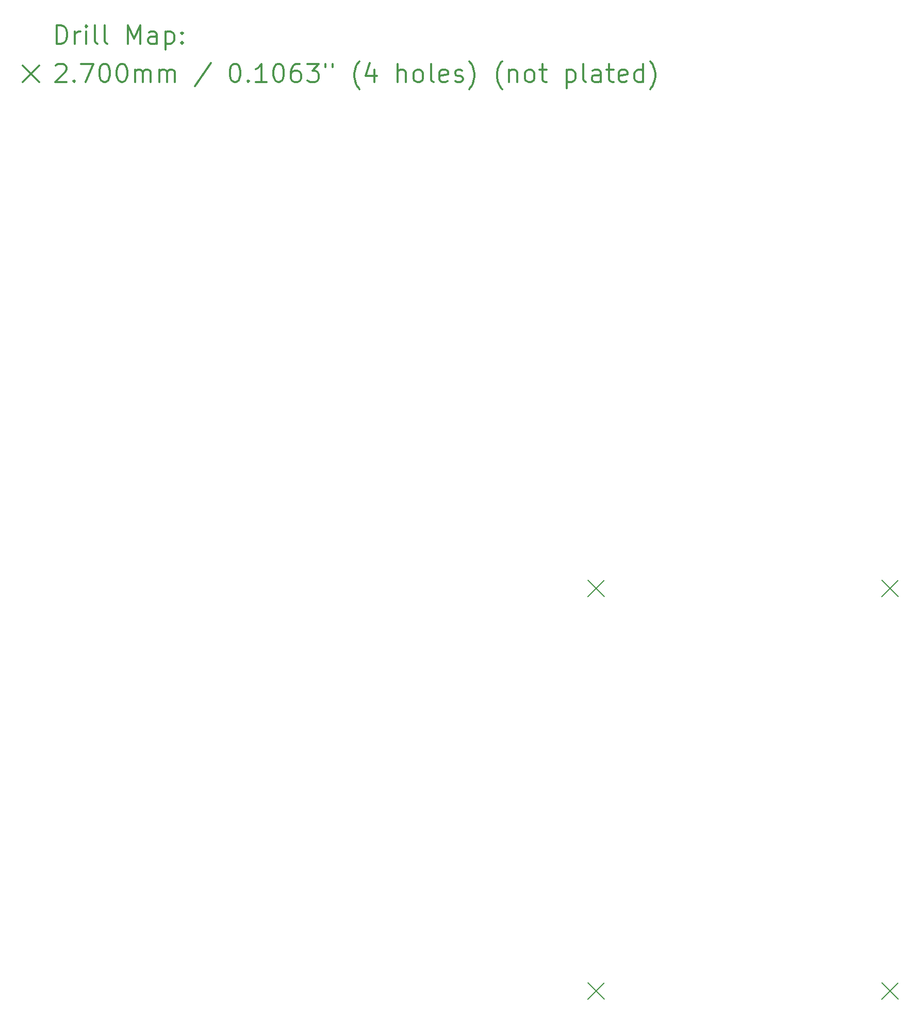
<source format=gbr>
%FSLAX45Y45*%
G04 Gerber Fmt 4.5, Leading zero omitted, Abs format (unit mm)*
G04 Created by KiCad (PCBNEW (5.1.10)-1) date 2021-10-30 22:32:41*
%MOMM*%
%LPD*%
G01*
G04 APERTURE LIST*
%ADD10C,0.200000*%
%ADD11C,0.300000*%
G04 APERTURE END LIST*
D10*
X9009000Y-9263000D02*
X9279000Y-9533000D01*
X9279000Y-9263000D02*
X9009000Y-9533000D01*
X9009000Y-15867000D02*
X9279000Y-16137000D01*
X9279000Y-15867000D02*
X9009000Y-16137000D01*
X13835000Y-9263000D02*
X14105000Y-9533000D01*
X14105000Y-9263000D02*
X13835000Y-9533000D01*
X13835000Y-15867000D02*
X14105000Y-16137000D01*
X14105000Y-15867000D02*
X13835000Y-16137000D01*
D11*
X286429Y-465714D02*
X286429Y-165714D01*
X357857Y-165714D01*
X400714Y-180000D01*
X429286Y-208571D01*
X443571Y-237143D01*
X457857Y-294286D01*
X457857Y-337143D01*
X443571Y-394286D01*
X429286Y-422857D01*
X400714Y-451428D01*
X357857Y-465714D01*
X286429Y-465714D01*
X586429Y-465714D02*
X586429Y-265714D01*
X586429Y-322857D02*
X600714Y-294286D01*
X615000Y-280000D01*
X643571Y-265714D01*
X672143Y-265714D01*
X772143Y-465714D02*
X772143Y-265714D01*
X772143Y-165714D02*
X757857Y-180000D01*
X772143Y-194286D01*
X786428Y-180000D01*
X772143Y-165714D01*
X772143Y-194286D01*
X957857Y-465714D02*
X929286Y-451428D01*
X915000Y-422857D01*
X915000Y-165714D01*
X1115000Y-465714D02*
X1086429Y-451428D01*
X1072143Y-422857D01*
X1072143Y-165714D01*
X1457857Y-465714D02*
X1457857Y-165714D01*
X1557857Y-380000D01*
X1657857Y-165714D01*
X1657857Y-465714D01*
X1929286Y-465714D02*
X1929286Y-308571D01*
X1915000Y-280000D01*
X1886428Y-265714D01*
X1829286Y-265714D01*
X1800714Y-280000D01*
X1929286Y-451428D02*
X1900714Y-465714D01*
X1829286Y-465714D01*
X1800714Y-451428D01*
X1786428Y-422857D01*
X1786428Y-394286D01*
X1800714Y-365714D01*
X1829286Y-351428D01*
X1900714Y-351428D01*
X1929286Y-337143D01*
X2072143Y-265714D02*
X2072143Y-565714D01*
X2072143Y-280000D02*
X2100714Y-265714D01*
X2157857Y-265714D01*
X2186429Y-280000D01*
X2200714Y-294286D01*
X2215000Y-322857D01*
X2215000Y-408571D01*
X2200714Y-437143D01*
X2186429Y-451428D01*
X2157857Y-465714D01*
X2100714Y-465714D01*
X2072143Y-451428D01*
X2343571Y-437143D02*
X2357857Y-451428D01*
X2343571Y-465714D01*
X2329286Y-451428D01*
X2343571Y-437143D01*
X2343571Y-465714D01*
X2343571Y-280000D02*
X2357857Y-294286D01*
X2343571Y-308571D01*
X2329286Y-294286D01*
X2343571Y-280000D01*
X2343571Y-308571D01*
X-270000Y-825000D02*
X0Y-1095000D01*
X0Y-825000D02*
X-270000Y-1095000D01*
X272143Y-824286D02*
X286429Y-810000D01*
X315000Y-795714D01*
X386428Y-795714D01*
X415000Y-810000D01*
X429286Y-824286D01*
X443571Y-852857D01*
X443571Y-881428D01*
X429286Y-924286D01*
X257857Y-1095714D01*
X443571Y-1095714D01*
X572143Y-1067143D02*
X586429Y-1081429D01*
X572143Y-1095714D01*
X557857Y-1081429D01*
X572143Y-1067143D01*
X572143Y-1095714D01*
X686429Y-795714D02*
X886428Y-795714D01*
X757857Y-1095714D01*
X1057857Y-795714D02*
X1086429Y-795714D01*
X1115000Y-810000D01*
X1129286Y-824286D01*
X1143571Y-852857D01*
X1157857Y-910000D01*
X1157857Y-981428D01*
X1143571Y-1038571D01*
X1129286Y-1067143D01*
X1115000Y-1081429D01*
X1086429Y-1095714D01*
X1057857Y-1095714D01*
X1029286Y-1081429D01*
X1015000Y-1067143D01*
X1000714Y-1038571D01*
X986428Y-981428D01*
X986428Y-910000D01*
X1000714Y-852857D01*
X1015000Y-824286D01*
X1029286Y-810000D01*
X1057857Y-795714D01*
X1343571Y-795714D02*
X1372143Y-795714D01*
X1400714Y-810000D01*
X1415000Y-824286D01*
X1429286Y-852857D01*
X1443571Y-910000D01*
X1443571Y-981428D01*
X1429286Y-1038571D01*
X1415000Y-1067143D01*
X1400714Y-1081429D01*
X1372143Y-1095714D01*
X1343571Y-1095714D01*
X1315000Y-1081429D01*
X1300714Y-1067143D01*
X1286429Y-1038571D01*
X1272143Y-981428D01*
X1272143Y-910000D01*
X1286429Y-852857D01*
X1300714Y-824286D01*
X1315000Y-810000D01*
X1343571Y-795714D01*
X1572143Y-1095714D02*
X1572143Y-895714D01*
X1572143Y-924286D02*
X1586428Y-910000D01*
X1615000Y-895714D01*
X1657857Y-895714D01*
X1686428Y-910000D01*
X1700714Y-938571D01*
X1700714Y-1095714D01*
X1700714Y-938571D02*
X1715000Y-910000D01*
X1743571Y-895714D01*
X1786428Y-895714D01*
X1815000Y-910000D01*
X1829286Y-938571D01*
X1829286Y-1095714D01*
X1972143Y-1095714D02*
X1972143Y-895714D01*
X1972143Y-924286D02*
X1986428Y-910000D01*
X2015000Y-895714D01*
X2057857Y-895714D01*
X2086428Y-910000D01*
X2100714Y-938571D01*
X2100714Y-1095714D01*
X2100714Y-938571D02*
X2115000Y-910000D01*
X2143571Y-895714D01*
X2186429Y-895714D01*
X2215000Y-910000D01*
X2229286Y-938571D01*
X2229286Y-1095714D01*
X2815000Y-781428D02*
X2557857Y-1167143D01*
X3200714Y-795714D02*
X3229286Y-795714D01*
X3257857Y-810000D01*
X3272143Y-824286D01*
X3286428Y-852857D01*
X3300714Y-910000D01*
X3300714Y-981428D01*
X3286428Y-1038571D01*
X3272143Y-1067143D01*
X3257857Y-1081429D01*
X3229286Y-1095714D01*
X3200714Y-1095714D01*
X3172143Y-1081429D01*
X3157857Y-1067143D01*
X3143571Y-1038571D01*
X3129286Y-981428D01*
X3129286Y-910000D01*
X3143571Y-852857D01*
X3157857Y-824286D01*
X3172143Y-810000D01*
X3200714Y-795714D01*
X3429286Y-1067143D02*
X3443571Y-1081429D01*
X3429286Y-1095714D01*
X3415000Y-1081429D01*
X3429286Y-1067143D01*
X3429286Y-1095714D01*
X3729286Y-1095714D02*
X3557857Y-1095714D01*
X3643571Y-1095714D02*
X3643571Y-795714D01*
X3615000Y-838571D01*
X3586428Y-867143D01*
X3557857Y-881428D01*
X3915000Y-795714D02*
X3943571Y-795714D01*
X3972143Y-810000D01*
X3986428Y-824286D01*
X4000714Y-852857D01*
X4015000Y-910000D01*
X4015000Y-981428D01*
X4000714Y-1038571D01*
X3986428Y-1067143D01*
X3972143Y-1081429D01*
X3943571Y-1095714D01*
X3915000Y-1095714D01*
X3886428Y-1081429D01*
X3872143Y-1067143D01*
X3857857Y-1038571D01*
X3843571Y-981428D01*
X3843571Y-910000D01*
X3857857Y-852857D01*
X3872143Y-824286D01*
X3886428Y-810000D01*
X3915000Y-795714D01*
X4272143Y-795714D02*
X4215000Y-795714D01*
X4186428Y-810000D01*
X4172143Y-824286D01*
X4143571Y-867143D01*
X4129286Y-924286D01*
X4129286Y-1038571D01*
X4143571Y-1067143D01*
X4157857Y-1081429D01*
X4186428Y-1095714D01*
X4243571Y-1095714D01*
X4272143Y-1081429D01*
X4286429Y-1067143D01*
X4300714Y-1038571D01*
X4300714Y-967143D01*
X4286429Y-938571D01*
X4272143Y-924286D01*
X4243571Y-910000D01*
X4186428Y-910000D01*
X4157857Y-924286D01*
X4143571Y-938571D01*
X4129286Y-967143D01*
X4400714Y-795714D02*
X4586429Y-795714D01*
X4486429Y-910000D01*
X4529286Y-910000D01*
X4557857Y-924286D01*
X4572143Y-938571D01*
X4586429Y-967143D01*
X4586429Y-1038571D01*
X4572143Y-1067143D01*
X4557857Y-1081429D01*
X4529286Y-1095714D01*
X4443571Y-1095714D01*
X4415000Y-1081429D01*
X4400714Y-1067143D01*
X4700714Y-795714D02*
X4700714Y-852857D01*
X4815000Y-795714D02*
X4815000Y-852857D01*
X5257857Y-1210000D02*
X5243571Y-1195714D01*
X5215000Y-1152857D01*
X5200714Y-1124286D01*
X5186429Y-1081429D01*
X5172143Y-1010000D01*
X5172143Y-952857D01*
X5186429Y-881428D01*
X5200714Y-838571D01*
X5215000Y-810000D01*
X5243571Y-767143D01*
X5257857Y-752857D01*
X5500714Y-895714D02*
X5500714Y-1095714D01*
X5429286Y-781428D02*
X5357857Y-995714D01*
X5543571Y-995714D01*
X5886428Y-1095714D02*
X5886428Y-795714D01*
X6015000Y-1095714D02*
X6015000Y-938571D01*
X6000714Y-910000D01*
X5972143Y-895714D01*
X5929286Y-895714D01*
X5900714Y-910000D01*
X5886428Y-924286D01*
X6200714Y-1095714D02*
X6172143Y-1081429D01*
X6157857Y-1067143D01*
X6143571Y-1038571D01*
X6143571Y-952857D01*
X6157857Y-924286D01*
X6172143Y-910000D01*
X6200714Y-895714D01*
X6243571Y-895714D01*
X6272143Y-910000D01*
X6286428Y-924286D01*
X6300714Y-952857D01*
X6300714Y-1038571D01*
X6286428Y-1067143D01*
X6272143Y-1081429D01*
X6243571Y-1095714D01*
X6200714Y-1095714D01*
X6472143Y-1095714D02*
X6443571Y-1081429D01*
X6429286Y-1052857D01*
X6429286Y-795714D01*
X6700714Y-1081429D02*
X6672143Y-1095714D01*
X6615000Y-1095714D01*
X6586428Y-1081429D01*
X6572143Y-1052857D01*
X6572143Y-938571D01*
X6586428Y-910000D01*
X6615000Y-895714D01*
X6672143Y-895714D01*
X6700714Y-910000D01*
X6715000Y-938571D01*
X6715000Y-967143D01*
X6572143Y-995714D01*
X6829286Y-1081429D02*
X6857857Y-1095714D01*
X6915000Y-1095714D01*
X6943571Y-1081429D01*
X6957857Y-1052857D01*
X6957857Y-1038571D01*
X6943571Y-1010000D01*
X6915000Y-995714D01*
X6872143Y-995714D01*
X6843571Y-981428D01*
X6829286Y-952857D01*
X6829286Y-938571D01*
X6843571Y-910000D01*
X6872143Y-895714D01*
X6915000Y-895714D01*
X6943571Y-910000D01*
X7057857Y-1210000D02*
X7072143Y-1195714D01*
X7100714Y-1152857D01*
X7115000Y-1124286D01*
X7129286Y-1081429D01*
X7143571Y-1010000D01*
X7143571Y-952857D01*
X7129286Y-881428D01*
X7115000Y-838571D01*
X7100714Y-810000D01*
X7072143Y-767143D01*
X7057857Y-752857D01*
X7600714Y-1210000D02*
X7586428Y-1195714D01*
X7557857Y-1152857D01*
X7543571Y-1124286D01*
X7529286Y-1081429D01*
X7515000Y-1010000D01*
X7515000Y-952857D01*
X7529286Y-881428D01*
X7543571Y-838571D01*
X7557857Y-810000D01*
X7586428Y-767143D01*
X7600714Y-752857D01*
X7715000Y-895714D02*
X7715000Y-1095714D01*
X7715000Y-924286D02*
X7729286Y-910000D01*
X7757857Y-895714D01*
X7800714Y-895714D01*
X7829286Y-910000D01*
X7843571Y-938571D01*
X7843571Y-1095714D01*
X8029286Y-1095714D02*
X8000714Y-1081429D01*
X7986428Y-1067143D01*
X7972143Y-1038571D01*
X7972143Y-952857D01*
X7986428Y-924286D01*
X8000714Y-910000D01*
X8029286Y-895714D01*
X8072143Y-895714D01*
X8100714Y-910000D01*
X8115000Y-924286D01*
X8129286Y-952857D01*
X8129286Y-1038571D01*
X8115000Y-1067143D01*
X8100714Y-1081429D01*
X8072143Y-1095714D01*
X8029286Y-1095714D01*
X8215000Y-895714D02*
X8329286Y-895714D01*
X8257857Y-795714D02*
X8257857Y-1052857D01*
X8272143Y-1081429D01*
X8300714Y-1095714D01*
X8329286Y-1095714D01*
X8657857Y-895714D02*
X8657857Y-1195714D01*
X8657857Y-910000D02*
X8686429Y-895714D01*
X8743571Y-895714D01*
X8772143Y-910000D01*
X8786429Y-924286D01*
X8800714Y-952857D01*
X8800714Y-1038571D01*
X8786429Y-1067143D01*
X8772143Y-1081429D01*
X8743571Y-1095714D01*
X8686429Y-1095714D01*
X8657857Y-1081429D01*
X8972143Y-1095714D02*
X8943571Y-1081429D01*
X8929286Y-1052857D01*
X8929286Y-795714D01*
X9215000Y-1095714D02*
X9215000Y-938571D01*
X9200714Y-910000D01*
X9172143Y-895714D01*
X9115000Y-895714D01*
X9086429Y-910000D01*
X9215000Y-1081429D02*
X9186429Y-1095714D01*
X9115000Y-1095714D01*
X9086429Y-1081429D01*
X9072143Y-1052857D01*
X9072143Y-1024286D01*
X9086429Y-995714D01*
X9115000Y-981428D01*
X9186429Y-981428D01*
X9215000Y-967143D01*
X9315000Y-895714D02*
X9429286Y-895714D01*
X9357857Y-795714D02*
X9357857Y-1052857D01*
X9372143Y-1081429D01*
X9400714Y-1095714D01*
X9429286Y-1095714D01*
X9643571Y-1081429D02*
X9615000Y-1095714D01*
X9557857Y-1095714D01*
X9529286Y-1081429D01*
X9515000Y-1052857D01*
X9515000Y-938571D01*
X9529286Y-910000D01*
X9557857Y-895714D01*
X9615000Y-895714D01*
X9643571Y-910000D01*
X9657857Y-938571D01*
X9657857Y-967143D01*
X9515000Y-995714D01*
X9915000Y-1095714D02*
X9915000Y-795714D01*
X9915000Y-1081429D02*
X9886429Y-1095714D01*
X9829286Y-1095714D01*
X9800714Y-1081429D01*
X9786429Y-1067143D01*
X9772143Y-1038571D01*
X9772143Y-952857D01*
X9786429Y-924286D01*
X9800714Y-910000D01*
X9829286Y-895714D01*
X9886429Y-895714D01*
X9915000Y-910000D01*
X10029286Y-1210000D02*
X10043571Y-1195714D01*
X10072143Y-1152857D01*
X10086429Y-1124286D01*
X10100714Y-1081429D01*
X10115000Y-1010000D01*
X10115000Y-952857D01*
X10100714Y-881428D01*
X10086429Y-838571D01*
X10072143Y-810000D01*
X10043571Y-767143D01*
X10029286Y-752857D01*
M02*

</source>
